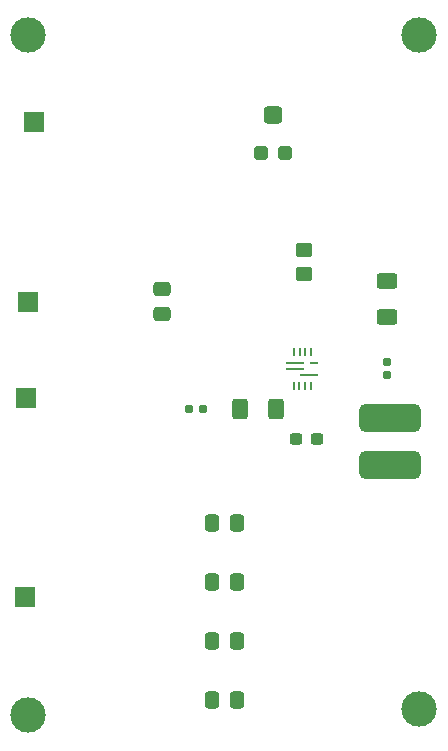
<source format=gbr>
%TF.GenerationSoftware,KiCad,Pcbnew,7.0.8*%
%TF.CreationDate,2023-11-19T04:52:14+05:30*%
%TF.ProjectId,NB679-DKA-BuckConverter,4e423637-392d-4444-9b41-2d4275636b43,rev?*%
%TF.SameCoordinates,Original*%
%TF.FileFunction,Soldermask,Top*%
%TF.FilePolarity,Negative*%
%FSLAX46Y46*%
G04 Gerber Fmt 4.6, Leading zero omitted, Abs format (unit mm)*
G04 Created by KiCad (PCBNEW 7.0.8) date 2023-11-19 04:52:14*
%MOMM*%
%LPD*%
G01*
G04 APERTURE LIST*
G04 Aperture macros list*
%AMRoundRect*
0 Rectangle with rounded corners*
0 $1 Rounding radius*
0 $2 $3 $4 $5 $6 $7 $8 $9 X,Y pos of 4 corners*
0 Add a 4 corners polygon primitive as box body*
4,1,4,$2,$3,$4,$5,$6,$7,$8,$9,$2,$3,0*
0 Add four circle primitives for the rounded corners*
1,1,$1+$1,$2,$3*
1,1,$1+$1,$4,$5*
1,1,$1+$1,$6,$7*
1,1,$1+$1,$8,$9*
0 Add four rect primitives between the rounded corners*
20,1,$1+$1,$2,$3,$4,$5,0*
20,1,$1+$1,$4,$5,$6,$7,0*
20,1,$1+$1,$6,$7,$8,$9,0*
20,1,$1+$1,$8,$9,$2,$3,0*%
G04 Aperture macros list end*
%ADD10C,3.000000*%
%ADD11RoundRect,0.300000X-0.300000X-0.300000X0.300000X-0.300000X0.300000X0.300000X-0.300000X0.300000X0*%
%ADD12RoundRect,0.375000X-0.425000X-0.375000X0.425000X-0.375000X0.425000X0.375000X-0.425000X0.375000X0*%
%ADD13RoundRect,0.600000X-2.050000X0.600000X-2.050000X-0.600000X2.050000X-0.600000X2.050000X0.600000X0*%
%ADD14RoundRect,0.237500X0.300000X0.237500X-0.300000X0.237500X-0.300000X-0.237500X0.300000X-0.237500X0*%
%ADD15R,1.700000X1.700000*%
%ADD16RoundRect,0.062500X-0.687500X-0.062500X0.687500X-0.062500X0.687500X0.062500X-0.687500X0.062500X0*%
%ADD17RoundRect,0.062500X-0.062500X-0.287500X0.062500X-0.287500X0.062500X0.287500X-0.062500X0.287500X0*%
%ADD18RoundRect,0.062500X-0.287500X-0.062500X0.287500X-0.062500X0.287500X0.062500X-0.287500X0.062500X0*%
%ADD19RoundRect,0.250000X-0.475000X0.337500X-0.475000X-0.337500X0.475000X-0.337500X0.475000X0.337500X0*%
%ADD20RoundRect,0.250000X0.400000X0.625000X-0.400000X0.625000X-0.400000X-0.625000X0.400000X-0.625000X0*%
%ADD21RoundRect,0.250000X-0.625000X0.400000X-0.625000X-0.400000X0.625000X-0.400000X0.625000X0.400000X0*%
%ADD22RoundRect,0.250000X0.337500X0.475000X-0.337500X0.475000X-0.337500X-0.475000X0.337500X-0.475000X0*%
%ADD23RoundRect,0.155000X0.212500X0.155000X-0.212500X0.155000X-0.212500X-0.155000X0.212500X-0.155000X0*%
%ADD24RoundRect,0.250000X0.450000X-0.350000X0.450000X0.350000X-0.450000X0.350000X-0.450000X-0.350000X0*%
%ADD25RoundRect,0.155000X-0.155000X0.212500X-0.155000X-0.212500X0.155000X-0.212500X0.155000X0.212500X0*%
G04 APERTURE END LIST*
D10*
%TO.C,REF\u002A\u002A*%
X130500000Y-115800000D03*
%TD*%
%TO.C,REF\u002A\u002A*%
X97400000Y-116300000D03*
%TD*%
%TO.C,REF\u002A\u002A*%
X97400000Y-58700000D03*
%TD*%
%TO.C,REF\u002A\u002A*%
X130500000Y-58700000D03*
%TD*%
D11*
%TO.C,RV1*%
X117100000Y-68700000D03*
D12*
X118100000Y-65450000D03*
D11*
X119100000Y-68700000D03*
%TD*%
D13*
%TO.C,L1*%
X128000000Y-91100000D03*
X128000000Y-95100000D03*
%TD*%
D14*
%TO.C,C2*%
X121800000Y-92900000D03*
X120075000Y-92900000D03*
%TD*%
D15*
%TO.C,Vin1*%
X97900000Y-66100000D03*
%TD*%
D16*
%TO.C,U1*%
X120000000Y-86500000D03*
X120000000Y-87000000D03*
D17*
X119850000Y-88450000D03*
X120350000Y-88450000D03*
X120850000Y-88450000D03*
X121350000Y-88450000D03*
D16*
X121200000Y-87500000D03*
D18*
X121600000Y-86500000D03*
D17*
X121360000Y-85550000D03*
X120860000Y-85550000D03*
X120360000Y-85550000D03*
X119860000Y-85550000D03*
%TD*%
D19*
%TO.C,C1*%
X108700000Y-80200000D03*
X108700000Y-82275000D03*
%TD*%
D15*
%TO.C,GND1*%
X97400000Y-81300000D03*
%TD*%
D20*
%TO.C,R2*%
X118400000Y-90400000D03*
X115300000Y-90400000D03*
%TD*%
D21*
%TO.C,R3*%
X127800000Y-79500000D03*
X127800000Y-82600000D03*
%TD*%
D22*
%TO.C,C7*%
X115037500Y-110000000D03*
X112962500Y-110000000D03*
%TD*%
%TO.C,C5*%
X115037500Y-100000000D03*
X112962500Y-100000000D03*
%TD*%
D23*
%TO.C,C3*%
X112167500Y-90400000D03*
X111032500Y-90400000D03*
%TD*%
D15*
%TO.C,Vout1*%
X97100000Y-106300000D03*
%TD*%
D22*
%TO.C,C6*%
X115037500Y-105000000D03*
X112962500Y-105000000D03*
%TD*%
D24*
%TO.C,R1*%
X120700000Y-78900000D03*
X120700000Y-76900000D03*
%TD*%
D25*
%TO.C,C4*%
X127800000Y-86365000D03*
X127800000Y-87500000D03*
%TD*%
D15*
%TO.C,GND2*%
X97200000Y-89400000D03*
%TD*%
D22*
%TO.C,C8*%
X115037500Y-115000000D03*
X112962500Y-115000000D03*
%TD*%
M02*

</source>
